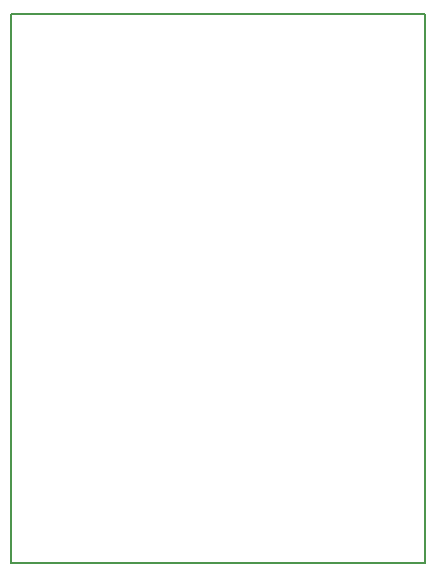
<source format=gm1>
G04*
G04 #@! TF.GenerationSoftware,Altium Limited,Altium Designer,24.5.1 (21)*
G04*
G04 Layer_Color=16711935*
%FSLAX25Y25*%
%MOIN*%
G70*
G04*
G04 #@! TF.SameCoordinates,40B6127D-9DCA-48F2-A9B9-7EA9BB6FB6DE*
G04*
G04*
G04 #@! TF.FilePolarity,Positive*
G04*
G01*
G75*
%ADD42C,0.00591*%
D42*
X-0Y183071D02*
X0Y0D01*
X-0Y183071D02*
X137795D01*
X0Y0D02*
X137795D01*
X137795Y183071D02*
X137795Y0D01*
M02*

</source>
